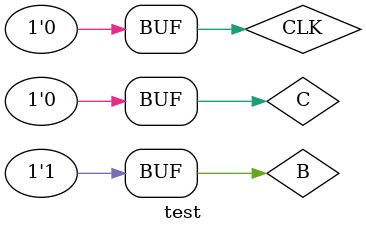
<source format=sv>
module test;

  reg  CLK, A, B, C;
  wire LED;
  
  // Instantiate device under test
  fsm FSM(.CLK(CLK),
          .A(A),
          .B(B),
          .C(C),
          .LED(LED));
  
  initial begin
    // Dump waves
    $dumpfile("dump.vcd");
    $dumpvars(1, test);

    CLK = 0;
    C = 0;
    //$display("Initial LED: %0h", LED);

    toggle_clk;
    //$display("IDLE LED: %0h", LED);
    
    C = 1;
    toggle_clk;
    //$display("S0 LED: %0h", LED);
 
    C = 0;
    toggle_clk;
    
    C = 1;
    toggle_clk;
    //$display("FINAL LED: %0h", LED);
	
    C = 0;
    toggle_clk;
       
    B = 1;
    toggle_clk;
    //$display("FINAL LED: %0h", LED);
    
    B = 0;
    toggle_clk;
     
    B = 1;
    toggle_clk;
    //$display("FINAL LED: %0h", LED);
    
    B = 0;
    toggle_clk;
    
    B = 1;
    toggle_clk;
    //$display("FINAL LED: %0h", LED);

  end
  
  task toggle_clk;
    begin
      #20 CLK = ~CLK;
      #20 CLK = ~CLK;
    end
  endtask
  
endmodule
</source>
